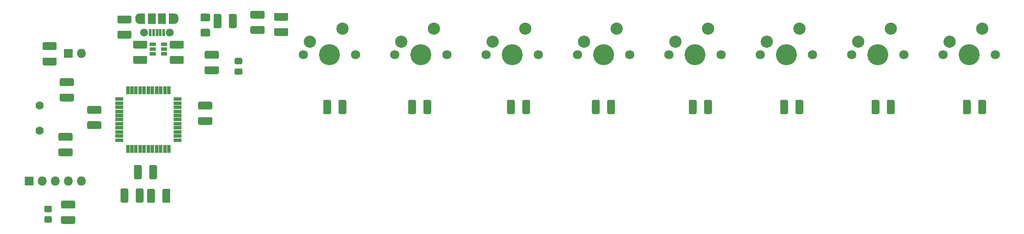
<source format=gbr>
%TF.GenerationSoftware,KiCad,Pcbnew,(5.1.6)-1*%
%TF.CreationDate,2021-02-12T14:45:57+03:00*%
%TF.ProjectId,CearusTab,43656172-7573-4546-9162-2e6b69636164,rev?*%
%TF.SameCoordinates,Original*%
%TF.FileFunction,Soldermask,Top*%
%TF.FilePolarity,Negative*%
%FSLAX46Y46*%
G04 Gerber Fmt 4.6, Leading zero omitted, Abs format (unit mm)*
G04 Created by KiCad (PCBNEW (5.1.6)-1) date 2021-02-12 14:45:57*
%MOMM*%
%LPD*%
G01*
G04 APERTURE LIST*
%ADD10C,1.600000*%
%ADD11O,1.800000X1.800000*%
%ADD12R,1.800000X1.800000*%
%ADD13R,1.600000X0.650000*%
%ADD14R,0.650000X1.600000*%
%ADD15R,1.160000X0.750000*%
%ADD16C,2.386000*%
%ADD17C,4.087800*%
%ADD18C,1.801800*%
%ADD19R,1.300000X2.000000*%
%ADD20O,1.300000X2.000000*%
%ADD21R,1.600000X2.000000*%
%ADD22C,1.550000*%
%ADD23R,0.500000X1.450000*%
G04 APERTURE END LIST*
%TO.C,Yellow1*%
G36*
G01*
X100703262Y-40835000D02*
X99746738Y-40835000D01*
G75*
G02*
X99475000Y-40563262I0J271738D01*
G01*
X99475000Y-39856738D01*
G75*
G02*
X99746738Y-39585000I271738J0D01*
G01*
X100703262Y-39585000D01*
G75*
G02*
X100975000Y-39856738I0J-271738D01*
G01*
X100975000Y-40563262D01*
G75*
G02*
X100703262Y-40835000I-271738J0D01*
G01*
G37*
G36*
G01*
X100703262Y-42885000D02*
X99746738Y-42885000D01*
G75*
G02*
X99475000Y-42613262I0J271738D01*
G01*
X99475000Y-41906738D01*
G75*
G02*
X99746738Y-41635000I271738J0D01*
G01*
X100703262Y-41635000D01*
G75*
G02*
X100975000Y-41906738I0J-271738D01*
G01*
X100975000Y-42613262D01*
G75*
G02*
X100703262Y-42885000I-271738J0D01*
G01*
G37*
%TD*%
D10*
%TO.C,Y1*%
X98552000Y-24946000D03*
X98552000Y-20066000D03*
%TD*%
D11*
%TO.C,usb_boot1*%
X106680000Y-9906000D03*
D12*
X104140000Y-9906000D03*
%TD*%
D13*
%TO.C,U2*%
X125432000Y-18778000D03*
X125432000Y-19578000D03*
X125432000Y-20378000D03*
X125432000Y-21178000D03*
X125432000Y-21978000D03*
X125432000Y-22778000D03*
X125432000Y-23578000D03*
X125432000Y-24378000D03*
X125432000Y-25178000D03*
X125432000Y-25978000D03*
X125432000Y-26778000D03*
D14*
X123732000Y-28478000D03*
X122932000Y-28478000D03*
X122132000Y-28478000D03*
X121332000Y-28478000D03*
X120532000Y-28478000D03*
X119732000Y-28478000D03*
X118932000Y-28478000D03*
X118132000Y-28478000D03*
X117332000Y-28478000D03*
X116532000Y-28478000D03*
X115732000Y-28478000D03*
D13*
X114032000Y-26778000D03*
X114032000Y-25978000D03*
X114032000Y-25178000D03*
X114032000Y-24378000D03*
X114032000Y-23578000D03*
X114032000Y-22778000D03*
X114032000Y-21978000D03*
X114032000Y-21178000D03*
X114032000Y-20378000D03*
X114032000Y-19578000D03*
X114032000Y-18778000D03*
D14*
X115732000Y-17078000D03*
X116532000Y-17078000D03*
X117332000Y-17078000D03*
X118132000Y-17078000D03*
X118932000Y-17078000D03*
X119732000Y-17078000D03*
X120532000Y-17078000D03*
X121332000Y-17078000D03*
X122132000Y-17078000D03*
X122932000Y-17078000D03*
X123732000Y-17078000D03*
%TD*%
D15*
%TO.C,U1*%
X122799200Y-9014500D03*
X122799200Y-8064500D03*
X122799200Y-9964500D03*
X120599200Y-9964500D03*
X120599200Y-9014500D03*
X120599200Y-8064500D03*
%TD*%
D16*
%TO.C,SW8*%
X281940000Y-5080000D03*
D17*
X279400000Y-10160000D03*
D16*
X275590000Y-7620000D03*
D18*
X284480000Y-10160000D03*
X274320000Y-10160000D03*
%TD*%
D16*
%TO.C,SW7*%
X264160000Y-5080000D03*
D17*
X261620000Y-10160000D03*
D16*
X257810000Y-7620000D03*
D18*
X266700000Y-10160000D03*
X256540000Y-10160000D03*
%TD*%
D16*
%TO.C,SW6*%
X246380000Y-5080000D03*
D17*
X243840000Y-10160000D03*
D16*
X240030000Y-7620000D03*
D18*
X248920000Y-10160000D03*
X238760000Y-10160000D03*
%TD*%
D16*
%TO.C,SW5*%
X228600000Y-5080000D03*
D17*
X226060000Y-10160000D03*
D16*
X222250000Y-7620000D03*
D18*
X231140000Y-10160000D03*
X220980000Y-10160000D03*
%TD*%
D16*
%TO.C,SW4*%
X210820000Y-5080000D03*
D17*
X208280000Y-10160000D03*
D16*
X204470000Y-7620000D03*
D18*
X213360000Y-10160000D03*
X203200000Y-10160000D03*
%TD*%
D16*
%TO.C,SW3*%
X193040000Y-5080000D03*
D17*
X190500000Y-10160000D03*
D16*
X186690000Y-7620000D03*
D18*
X195580000Y-10160000D03*
X185420000Y-10160000D03*
%TD*%
D16*
%TO.C,SW2*%
X175260000Y-5080000D03*
D17*
X172720000Y-10160000D03*
D16*
X168910000Y-7620000D03*
D18*
X177800000Y-10160000D03*
X167640000Y-10160000D03*
%TD*%
D16*
%TO.C,SW1*%
X157480000Y-5080000D03*
D17*
X154940000Y-10160000D03*
D16*
X151130000Y-7620000D03*
D18*
X160020000Y-10160000D03*
X149860000Y-10160000D03*
%TD*%
%TO.C,reset1*%
G36*
G01*
X121029000Y-36550544D02*
X121029000Y-38765456D01*
G75*
G02*
X120761456Y-39033000I-267544J0D01*
G01*
X119771544Y-39033000D01*
G75*
G02*
X119504000Y-38765456I0J267544D01*
G01*
X119504000Y-36550544D01*
G75*
G02*
X119771544Y-36283000I267544J0D01*
G01*
X120761456Y-36283000D01*
G75*
G02*
X121029000Y-36550544I0J-267544D01*
G01*
G37*
G36*
G01*
X124004000Y-36550544D02*
X124004000Y-38765456D01*
G75*
G02*
X123736456Y-39033000I-267544J0D01*
G01*
X122746544Y-39033000D01*
G75*
G02*
X122479000Y-38765456I0J267544D01*
G01*
X122479000Y-36550544D01*
G75*
G02*
X122746544Y-36283000I267544J0D01*
G01*
X123736456Y-36283000D01*
G75*
G02*
X124004000Y-36550544I0J-267544D01*
G01*
G37*
%TD*%
%TO.C,R16*%
G36*
G01*
X281177500Y-21427456D02*
X281177500Y-19212544D01*
G75*
G02*
X281445044Y-18945000I267544J0D01*
G01*
X282434956Y-18945000D01*
G75*
G02*
X282702500Y-19212544I0J-267544D01*
G01*
X282702500Y-21427456D01*
G75*
G02*
X282434956Y-21695000I-267544J0D01*
G01*
X281445044Y-21695000D01*
G75*
G02*
X281177500Y-21427456I0J267544D01*
G01*
G37*
G36*
G01*
X278202500Y-21427456D02*
X278202500Y-19212544D01*
G75*
G02*
X278470044Y-18945000I267544J0D01*
G01*
X279459956Y-18945000D01*
G75*
G02*
X279727500Y-19212544I0J-267544D01*
G01*
X279727500Y-21427456D01*
G75*
G02*
X279459956Y-21695000I-267544J0D01*
G01*
X278470044Y-21695000D01*
G75*
G02*
X278202500Y-21427456I0J267544D01*
G01*
G37*
%TD*%
%TO.C,R15*%
G36*
G01*
X263397500Y-21427456D02*
X263397500Y-19212544D01*
G75*
G02*
X263665044Y-18945000I267544J0D01*
G01*
X264654956Y-18945000D01*
G75*
G02*
X264922500Y-19212544I0J-267544D01*
G01*
X264922500Y-21427456D01*
G75*
G02*
X264654956Y-21695000I-267544J0D01*
G01*
X263665044Y-21695000D01*
G75*
G02*
X263397500Y-21427456I0J267544D01*
G01*
G37*
G36*
G01*
X260422500Y-21427456D02*
X260422500Y-19212544D01*
G75*
G02*
X260690044Y-18945000I267544J0D01*
G01*
X261679956Y-18945000D01*
G75*
G02*
X261947500Y-19212544I0J-267544D01*
G01*
X261947500Y-21427456D01*
G75*
G02*
X261679956Y-21695000I-267544J0D01*
G01*
X260690044Y-21695000D01*
G75*
G02*
X260422500Y-21427456I0J267544D01*
G01*
G37*
%TD*%
%TO.C,R14*%
G36*
G01*
X245617500Y-21427456D02*
X245617500Y-19212544D01*
G75*
G02*
X245885044Y-18945000I267544J0D01*
G01*
X246874956Y-18945000D01*
G75*
G02*
X247142500Y-19212544I0J-267544D01*
G01*
X247142500Y-21427456D01*
G75*
G02*
X246874956Y-21695000I-267544J0D01*
G01*
X245885044Y-21695000D01*
G75*
G02*
X245617500Y-21427456I0J267544D01*
G01*
G37*
G36*
G01*
X242642500Y-21427456D02*
X242642500Y-19212544D01*
G75*
G02*
X242910044Y-18945000I267544J0D01*
G01*
X243899956Y-18945000D01*
G75*
G02*
X244167500Y-19212544I0J-267544D01*
G01*
X244167500Y-21427456D01*
G75*
G02*
X243899956Y-21695000I-267544J0D01*
G01*
X242910044Y-21695000D01*
G75*
G02*
X242642500Y-21427456I0J267544D01*
G01*
G37*
%TD*%
%TO.C,R13*%
G36*
G01*
X227837500Y-21427456D02*
X227837500Y-19212544D01*
G75*
G02*
X228105044Y-18945000I267544J0D01*
G01*
X229094956Y-18945000D01*
G75*
G02*
X229362500Y-19212544I0J-267544D01*
G01*
X229362500Y-21427456D01*
G75*
G02*
X229094956Y-21695000I-267544J0D01*
G01*
X228105044Y-21695000D01*
G75*
G02*
X227837500Y-21427456I0J267544D01*
G01*
G37*
G36*
G01*
X224862500Y-21427456D02*
X224862500Y-19212544D01*
G75*
G02*
X225130044Y-18945000I267544J0D01*
G01*
X226119956Y-18945000D01*
G75*
G02*
X226387500Y-19212544I0J-267544D01*
G01*
X226387500Y-21427456D01*
G75*
G02*
X226119956Y-21695000I-267544J0D01*
G01*
X225130044Y-21695000D01*
G75*
G02*
X224862500Y-21427456I0J267544D01*
G01*
G37*
%TD*%
%TO.C,R12*%
G36*
G01*
X209005000Y-21427456D02*
X209005000Y-19212544D01*
G75*
G02*
X209272544Y-18945000I267544J0D01*
G01*
X210262456Y-18945000D01*
G75*
G02*
X210530000Y-19212544I0J-267544D01*
G01*
X210530000Y-21427456D01*
G75*
G02*
X210262456Y-21695000I-267544J0D01*
G01*
X209272544Y-21695000D01*
G75*
G02*
X209005000Y-21427456I0J267544D01*
G01*
G37*
G36*
G01*
X206030000Y-21427456D02*
X206030000Y-19212544D01*
G75*
G02*
X206297544Y-18945000I267544J0D01*
G01*
X207287456Y-18945000D01*
G75*
G02*
X207555000Y-19212544I0J-267544D01*
G01*
X207555000Y-21427456D01*
G75*
G02*
X207287456Y-21695000I-267544J0D01*
G01*
X206297544Y-21695000D01*
G75*
G02*
X206030000Y-21427456I0J267544D01*
G01*
G37*
%TD*%
%TO.C,R11*%
G36*
G01*
X192495000Y-21427456D02*
X192495000Y-19212544D01*
G75*
G02*
X192762544Y-18945000I267544J0D01*
G01*
X193752456Y-18945000D01*
G75*
G02*
X194020000Y-19212544I0J-267544D01*
G01*
X194020000Y-21427456D01*
G75*
G02*
X193752456Y-21695000I-267544J0D01*
G01*
X192762544Y-21695000D01*
G75*
G02*
X192495000Y-21427456I0J267544D01*
G01*
G37*
G36*
G01*
X189520000Y-21427456D02*
X189520000Y-19212544D01*
G75*
G02*
X189787544Y-18945000I267544J0D01*
G01*
X190777456Y-18945000D01*
G75*
G02*
X191045000Y-19212544I0J-267544D01*
G01*
X191045000Y-21427456D01*
G75*
G02*
X190777456Y-21695000I-267544J0D01*
G01*
X189787544Y-21695000D01*
G75*
G02*
X189520000Y-21427456I0J267544D01*
G01*
G37*
%TD*%
%TO.C,R10*%
G36*
G01*
X173227500Y-21427456D02*
X173227500Y-19212544D01*
G75*
G02*
X173495044Y-18945000I267544J0D01*
G01*
X174484956Y-18945000D01*
G75*
G02*
X174752500Y-19212544I0J-267544D01*
G01*
X174752500Y-21427456D01*
G75*
G02*
X174484956Y-21695000I-267544J0D01*
G01*
X173495044Y-21695000D01*
G75*
G02*
X173227500Y-21427456I0J267544D01*
G01*
G37*
G36*
G01*
X170252500Y-21427456D02*
X170252500Y-19212544D01*
G75*
G02*
X170520044Y-18945000I267544J0D01*
G01*
X171509956Y-18945000D01*
G75*
G02*
X171777500Y-19212544I0J-267544D01*
G01*
X171777500Y-21427456D01*
G75*
G02*
X171509956Y-21695000I-267544J0D01*
G01*
X170520044Y-21695000D01*
G75*
G02*
X170252500Y-21427456I0J267544D01*
G01*
G37*
%TD*%
%TO.C,R9*%
G36*
G01*
X156717500Y-21427456D02*
X156717500Y-19212544D01*
G75*
G02*
X156985044Y-18945000I267544J0D01*
G01*
X157974956Y-18945000D01*
G75*
G02*
X158242500Y-19212544I0J-267544D01*
G01*
X158242500Y-21427456D01*
G75*
G02*
X157974956Y-21695000I-267544J0D01*
G01*
X156985044Y-21695000D01*
G75*
G02*
X156717500Y-21427456I0J267544D01*
G01*
G37*
G36*
G01*
X153742500Y-21427456D02*
X153742500Y-19212544D01*
G75*
G02*
X154010044Y-18945000I267544J0D01*
G01*
X154999956Y-18945000D01*
G75*
G02*
X155267500Y-19212544I0J-267544D01*
G01*
X155267500Y-21427456D01*
G75*
G02*
X154999956Y-21695000I-267544J0D01*
G01*
X154010044Y-21695000D01*
G75*
G02*
X153742500Y-21427456I0J267544D01*
G01*
G37*
%TD*%
%TO.C,R8*%
G36*
G01*
X115824500Y-36484544D02*
X115824500Y-38699456D01*
G75*
G02*
X115556956Y-38967000I-267544J0D01*
G01*
X114567044Y-38967000D01*
G75*
G02*
X114299500Y-38699456I0J267544D01*
G01*
X114299500Y-36484544D01*
G75*
G02*
X114567044Y-36217000I267544J0D01*
G01*
X115556956Y-36217000D01*
G75*
G02*
X115824500Y-36484544I0J-267544D01*
G01*
G37*
G36*
G01*
X118799500Y-36484544D02*
X118799500Y-38699456D01*
G75*
G02*
X118531956Y-38967000I-267544J0D01*
G01*
X117542044Y-38967000D01*
G75*
G02*
X117274500Y-38699456I0J267544D01*
G01*
X117274500Y-36484544D01*
G75*
G02*
X117542044Y-36217000I267544J0D01*
G01*
X118531956Y-36217000D01*
G75*
G02*
X118799500Y-36484544I0J-267544D01*
G01*
G37*
%TD*%
%TO.C,R7*%
G36*
G01*
X101625456Y-9231000D02*
X99410544Y-9231000D01*
G75*
G02*
X99143000Y-8963456I0J267544D01*
G01*
X99143000Y-7973544D01*
G75*
G02*
X99410544Y-7706000I267544J0D01*
G01*
X101625456Y-7706000D01*
G75*
G02*
X101893000Y-7973544I0J-267544D01*
G01*
X101893000Y-8963456D01*
G75*
G02*
X101625456Y-9231000I-267544J0D01*
G01*
G37*
G36*
G01*
X101625456Y-12206000D02*
X99410544Y-12206000D01*
G75*
G02*
X99143000Y-11938456I0J267544D01*
G01*
X99143000Y-10948544D01*
G75*
G02*
X99410544Y-10681000I267544J0D01*
G01*
X101625456Y-10681000D01*
G75*
G02*
X101893000Y-10948544I0J-267544D01*
G01*
X101893000Y-11938456D01*
G75*
G02*
X101625456Y-12206000I-267544J0D01*
G01*
G37*
%TD*%
%TO.C,R6*%
G36*
G01*
X108112544Y-23113500D02*
X110327456Y-23113500D01*
G75*
G02*
X110595000Y-23381044I0J-267544D01*
G01*
X110595000Y-24370956D01*
G75*
G02*
X110327456Y-24638500I-267544J0D01*
G01*
X108112544Y-24638500D01*
G75*
G02*
X107845000Y-24370956I0J267544D01*
G01*
X107845000Y-23381044D01*
G75*
G02*
X108112544Y-23113500I267544J0D01*
G01*
G37*
G36*
G01*
X108112544Y-20138500D02*
X110327456Y-20138500D01*
G75*
G02*
X110595000Y-20406044I0J-267544D01*
G01*
X110595000Y-21395956D01*
G75*
G02*
X110327456Y-21663500I-267544J0D01*
G01*
X108112544Y-21663500D01*
G75*
G02*
X107845000Y-21395956I0J267544D01*
G01*
X107845000Y-20406044D01*
G75*
G02*
X108112544Y-20138500I267544J0D01*
G01*
G37*
%TD*%
%TO.C,R5*%
G36*
G01*
X105247456Y-40132500D02*
X103032544Y-40132500D01*
G75*
G02*
X102765000Y-39864956I0J267544D01*
G01*
X102765000Y-38875044D01*
G75*
G02*
X103032544Y-38607500I267544J0D01*
G01*
X105247456Y-38607500D01*
G75*
G02*
X105515000Y-38875044I0J-267544D01*
G01*
X105515000Y-39864956D01*
G75*
G02*
X105247456Y-40132500I-267544J0D01*
G01*
G37*
G36*
G01*
X105247456Y-43107500D02*
X103032544Y-43107500D01*
G75*
G02*
X102765000Y-42839956I0J267544D01*
G01*
X102765000Y-41850044D01*
G75*
G02*
X103032544Y-41582500I267544J0D01*
G01*
X105247456Y-41582500D01*
G75*
G02*
X105515000Y-41850044I0J-267544D01*
G01*
X105515000Y-42839956D01*
G75*
G02*
X105247456Y-43107500I-267544J0D01*
G01*
G37*
%TD*%
%TO.C,R4*%
G36*
G01*
X119887500Y-34127456D02*
X119887500Y-31912544D01*
G75*
G02*
X120155044Y-31645000I267544J0D01*
G01*
X121144956Y-31645000D01*
G75*
G02*
X121412500Y-31912544I0J-267544D01*
G01*
X121412500Y-34127456D01*
G75*
G02*
X121144956Y-34395000I-267544J0D01*
G01*
X120155044Y-34395000D01*
G75*
G02*
X119887500Y-34127456I0J267544D01*
G01*
G37*
G36*
G01*
X116912500Y-34127456D02*
X116912500Y-31912544D01*
G75*
G02*
X117180044Y-31645000I267544J0D01*
G01*
X118169956Y-31645000D01*
G75*
G02*
X118437500Y-31912544I0J-267544D01*
G01*
X118437500Y-34127456D01*
G75*
G02*
X118169956Y-34395000I-267544J0D01*
G01*
X117180044Y-34395000D01*
G75*
G02*
X116912500Y-34127456I0J267544D01*
G01*
G37*
%TD*%
%TO.C,R3*%
G36*
G01*
X126367556Y-8941300D02*
X124152644Y-8941300D01*
G75*
G02*
X123885100Y-8673756I0J267544D01*
G01*
X123885100Y-7683844D01*
G75*
G02*
X124152644Y-7416300I267544J0D01*
G01*
X126367556Y-7416300D01*
G75*
G02*
X126635100Y-7683844I0J-267544D01*
G01*
X126635100Y-8673756D01*
G75*
G02*
X126367556Y-8941300I-267544J0D01*
G01*
G37*
G36*
G01*
X126367556Y-11916300D02*
X124152644Y-11916300D01*
G75*
G02*
X123885100Y-11648756I0J267544D01*
G01*
X123885100Y-10658844D01*
G75*
G02*
X124152644Y-10391300I267544J0D01*
G01*
X126367556Y-10391300D01*
G75*
G02*
X126635100Y-10658844I0J-267544D01*
G01*
X126635100Y-11648756D01*
G75*
G02*
X126367556Y-11916300I-267544J0D01*
G01*
G37*
%TD*%
%TO.C,R2*%
G36*
G01*
X119255556Y-8915900D02*
X117040644Y-8915900D01*
G75*
G02*
X116773100Y-8648356I0J267544D01*
G01*
X116773100Y-7658444D01*
G75*
G02*
X117040644Y-7390900I267544J0D01*
G01*
X119255556Y-7390900D01*
G75*
G02*
X119523100Y-7658444I0J-267544D01*
G01*
X119523100Y-8648356D01*
G75*
G02*
X119255556Y-8915900I-267544J0D01*
G01*
G37*
G36*
G01*
X119255556Y-11890900D02*
X117040644Y-11890900D01*
G75*
G02*
X116773100Y-11623356I0J267544D01*
G01*
X116773100Y-10633444D01*
G75*
G02*
X117040644Y-10365900I267544J0D01*
G01*
X119255556Y-10365900D01*
G75*
G02*
X119523100Y-10633444I0J-267544D01*
G01*
X119523100Y-11623356D01*
G75*
G02*
X119255556Y-11890900I-267544J0D01*
G01*
G37*
%TD*%
%TO.C,R1*%
G36*
G01*
X133187456Y-10922500D02*
X130972544Y-10922500D01*
G75*
G02*
X130705000Y-10654956I0J267544D01*
G01*
X130705000Y-9665044D01*
G75*
G02*
X130972544Y-9397500I267544J0D01*
G01*
X133187456Y-9397500D01*
G75*
G02*
X133455000Y-9665044I0J-267544D01*
G01*
X133455000Y-10654956D01*
G75*
G02*
X133187456Y-10922500I-267544J0D01*
G01*
G37*
G36*
G01*
X133187456Y-13897500D02*
X130972544Y-13897500D01*
G75*
G02*
X130705000Y-13629956I0J267544D01*
G01*
X130705000Y-12640044D01*
G75*
G02*
X130972544Y-12372500I267544J0D01*
G01*
X133187456Y-12372500D01*
G75*
G02*
X133455000Y-12640044I0J-267544D01*
G01*
X133455000Y-13629956D01*
G75*
G02*
X133187456Y-13897500I-267544J0D01*
G01*
G37*
%TD*%
%TO.C,Power_red1*%
G36*
G01*
X136786738Y-12795000D02*
X137743262Y-12795000D01*
G75*
G02*
X138015000Y-13066738I0J-271738D01*
G01*
X138015000Y-13773262D01*
G75*
G02*
X137743262Y-14045000I-271738J0D01*
G01*
X136786738Y-14045000D01*
G75*
G02*
X136515000Y-13773262I0J271738D01*
G01*
X136515000Y-13066738D01*
G75*
G02*
X136786738Y-12795000I271738J0D01*
G01*
G37*
G36*
G01*
X136786738Y-10745000D02*
X137743262Y-10745000D01*
G75*
G02*
X138015000Y-11016738I0J-271738D01*
G01*
X138015000Y-11723262D01*
G75*
G02*
X137743262Y-11995000I-271738J0D01*
G01*
X136786738Y-11995000D01*
G75*
G02*
X136515000Y-11723262I0J271738D01*
G01*
X136515000Y-11016738D01*
G75*
G02*
X136786738Y-10745000I271738J0D01*
G01*
G37*
%TD*%
D11*
%TO.C,J2*%
X106680000Y-34798000D03*
X104140000Y-34798000D03*
X101600000Y-34798000D03*
X99060000Y-34798000D03*
D12*
X96520000Y-34798000D03*
%TD*%
D19*
%TO.C,J1*%
X124312000Y-3080500D03*
X118512000Y-3080500D03*
D20*
X117912000Y-3080500D03*
X124912000Y-3080500D03*
D21*
X122412000Y-3080500D03*
D22*
X118912000Y-5780500D03*
D23*
X121412000Y-5780500D03*
X120762000Y-5780500D03*
X120112000Y-5780500D03*
X122712000Y-5780500D03*
X122062000Y-5780500D03*
D22*
X123912000Y-5780500D03*
D21*
X120412000Y-3080500D03*
%TD*%
%TO.C,F1*%
G36*
G01*
X131467456Y-3629500D02*
X130152544Y-3629500D01*
G75*
G02*
X129885000Y-3361956I0J267544D01*
G01*
X129885000Y-2372044D01*
G75*
G02*
X130152544Y-2104500I267544J0D01*
G01*
X131467456Y-2104500D01*
G75*
G02*
X131735000Y-2372044I0J-267544D01*
G01*
X131735000Y-3361956D01*
G75*
G02*
X131467456Y-3629500I-267544J0D01*
G01*
G37*
G36*
G01*
X131467456Y-6604500D02*
X130152544Y-6604500D01*
G75*
G02*
X129885000Y-6336956I0J267544D01*
G01*
X129885000Y-5347044D01*
G75*
G02*
X130152544Y-5079500I267544J0D01*
G01*
X131467456Y-5079500D01*
G75*
G02*
X131735000Y-5347044I0J-267544D01*
G01*
X131735000Y-6336956D01*
G75*
G02*
X131467456Y-6604500I-267544J0D01*
G01*
G37*
%TD*%
%TO.C,C8*%
G36*
G01*
X139862544Y-4535000D02*
X142077456Y-4535000D01*
G75*
G02*
X142345000Y-4802544I0J-267544D01*
G01*
X142345000Y-5792456D01*
G75*
G02*
X142077456Y-6060000I-267544J0D01*
G01*
X139862544Y-6060000D01*
G75*
G02*
X139595000Y-5792456I0J267544D01*
G01*
X139595000Y-4802544D01*
G75*
G02*
X139862544Y-4535000I267544J0D01*
G01*
G37*
G36*
G01*
X139862544Y-1560000D02*
X142077456Y-1560000D01*
G75*
G02*
X142345000Y-1827544I0J-267544D01*
G01*
X142345000Y-2817456D01*
G75*
G02*
X142077456Y-3085000I-267544J0D01*
G01*
X139862544Y-3085000D01*
G75*
G02*
X139595000Y-2817456I0J267544D01*
G01*
X139595000Y-1827544D01*
G75*
G02*
X139862544Y-1560000I267544J0D01*
G01*
G37*
%TD*%
%TO.C,C7*%
G36*
G01*
X116182156Y-3997800D02*
X113967244Y-3997800D01*
G75*
G02*
X113699700Y-3730256I0J267544D01*
G01*
X113699700Y-2740344D01*
G75*
G02*
X113967244Y-2472800I267544J0D01*
G01*
X116182156Y-2472800D01*
G75*
G02*
X116449700Y-2740344I0J-267544D01*
G01*
X116449700Y-3730256D01*
G75*
G02*
X116182156Y-3997800I-267544J0D01*
G01*
G37*
G36*
G01*
X116182156Y-6972800D02*
X113967244Y-6972800D01*
G75*
G02*
X113699700Y-6705256I0J267544D01*
G01*
X113699700Y-5715344D01*
G75*
G02*
X113967244Y-5447800I267544J0D01*
G01*
X116182156Y-5447800D01*
G75*
G02*
X116449700Y-5715344I0J-267544D01*
G01*
X116449700Y-6705256D01*
G75*
G02*
X116182156Y-6972800I-267544J0D01*
G01*
G37*
%TD*%
%TO.C,C6*%
G36*
G01*
X104739456Y-26924500D02*
X102524544Y-26924500D01*
G75*
G02*
X102257000Y-26656956I0J267544D01*
G01*
X102257000Y-25667044D01*
G75*
G02*
X102524544Y-25399500I267544J0D01*
G01*
X104739456Y-25399500D01*
G75*
G02*
X105007000Y-25667044I0J-267544D01*
G01*
X105007000Y-26656956D01*
G75*
G02*
X104739456Y-26924500I-267544J0D01*
G01*
G37*
G36*
G01*
X104739456Y-29899500D02*
X102524544Y-29899500D01*
G75*
G02*
X102257000Y-29631956I0J267544D01*
G01*
X102257000Y-28642044D01*
G75*
G02*
X102524544Y-28374500I267544J0D01*
G01*
X104739456Y-28374500D01*
G75*
G02*
X105007000Y-28642044I0J-267544D01*
G01*
X105007000Y-29631956D01*
G75*
G02*
X104739456Y-29899500I-267544J0D01*
G01*
G37*
%TD*%
%TO.C,C5*%
G36*
G01*
X104993456Y-16256500D02*
X102778544Y-16256500D01*
G75*
G02*
X102511000Y-15988956I0J267544D01*
G01*
X102511000Y-14999044D01*
G75*
G02*
X102778544Y-14731500I267544J0D01*
G01*
X104993456Y-14731500D01*
G75*
G02*
X105261000Y-14999044I0J-267544D01*
G01*
X105261000Y-15988956D01*
G75*
G02*
X104993456Y-16256500I-267544J0D01*
G01*
G37*
G36*
G01*
X104993456Y-19231500D02*
X102778544Y-19231500D01*
G75*
G02*
X102511000Y-18963956I0J267544D01*
G01*
X102511000Y-17974044D01*
G75*
G02*
X102778544Y-17706500I267544J0D01*
G01*
X104993456Y-17706500D01*
G75*
G02*
X105261000Y-17974044I0J-267544D01*
G01*
X105261000Y-18963956D01*
G75*
G02*
X104993456Y-19231500I-267544J0D01*
G01*
G37*
%TD*%
%TO.C,C3*%
G36*
G01*
X129702544Y-22278500D02*
X131917456Y-22278500D01*
G75*
G02*
X132185000Y-22546044I0J-267544D01*
G01*
X132185000Y-23535956D01*
G75*
G02*
X131917456Y-23803500I-267544J0D01*
G01*
X129702544Y-23803500D01*
G75*
G02*
X129435000Y-23535956I0J267544D01*
G01*
X129435000Y-22546044D01*
G75*
G02*
X129702544Y-22278500I267544J0D01*
G01*
G37*
G36*
G01*
X129702544Y-19303500D02*
X131917456Y-19303500D01*
G75*
G02*
X132185000Y-19571044I0J-267544D01*
G01*
X132185000Y-20560956D01*
G75*
G02*
X131917456Y-20828500I-267544J0D01*
G01*
X129702544Y-20828500D01*
G75*
G02*
X129435000Y-20560956I0J267544D01*
G01*
X129435000Y-19571044D01*
G75*
G02*
X129702544Y-19303500I267544J0D01*
G01*
G37*
%TD*%
%TO.C,C2*%
G36*
G01*
X146687456Y-3485000D02*
X144472544Y-3485000D01*
G75*
G02*
X144205000Y-3217456I0J267544D01*
G01*
X144205000Y-2227544D01*
G75*
G02*
X144472544Y-1960000I267544J0D01*
G01*
X146687456Y-1960000D01*
G75*
G02*
X146955000Y-2227544I0J-267544D01*
G01*
X146955000Y-3217456D01*
G75*
G02*
X146687456Y-3485000I-267544J0D01*
G01*
G37*
G36*
G01*
X146687456Y-6460000D02*
X144472544Y-6460000D01*
G75*
G02*
X144205000Y-6192456I0J267544D01*
G01*
X144205000Y-5202544D01*
G75*
G02*
X144472544Y-4935000I267544J0D01*
G01*
X146687456Y-4935000D01*
G75*
G02*
X146955000Y-5202544I0J-267544D01*
G01*
X146955000Y-6192456D01*
G75*
G02*
X146687456Y-6460000I-267544J0D01*
G01*
G37*
%TD*%
%TO.C,C1*%
G36*
G01*
X135381500Y-4663456D02*
X135381500Y-2448544D01*
G75*
G02*
X135649044Y-2181000I267544J0D01*
G01*
X136638956Y-2181000D01*
G75*
G02*
X136906500Y-2448544I0J-267544D01*
G01*
X136906500Y-4663456D01*
G75*
G02*
X136638956Y-4931000I-267544J0D01*
G01*
X135649044Y-4931000D01*
G75*
G02*
X135381500Y-4663456I0J267544D01*
G01*
G37*
G36*
G01*
X132406500Y-4663456D02*
X132406500Y-2448544D01*
G75*
G02*
X132674044Y-2181000I267544J0D01*
G01*
X133663956Y-2181000D01*
G75*
G02*
X133931500Y-2448544I0J-267544D01*
G01*
X133931500Y-4663456D01*
G75*
G02*
X133663956Y-4931000I-267544J0D01*
G01*
X132674044Y-4931000D01*
G75*
G02*
X132406500Y-4663456I0J267544D01*
G01*
G37*
%TD*%
M02*

</source>
